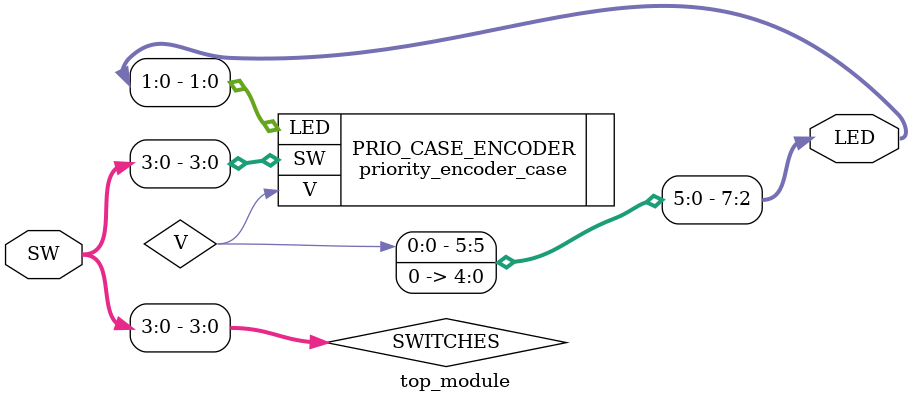
<source format=v>
`timescale 1ns / 1ps

module top_module(
input [7:0] SW,
output [7:0] LED
    );
    
wire [3:0] SWITCHES;
wire [1:0] LEDS;
wire V;
    
assign SWITCHES = SW[3:0];
assign V = LED[7];
assign LED[6:2] = 0;
priority_encoder_case PRIO_CASE_ENCODER (.SW(SWITCHES),.LED(LED[1:0]),.V(V));


endmodule

</source>
